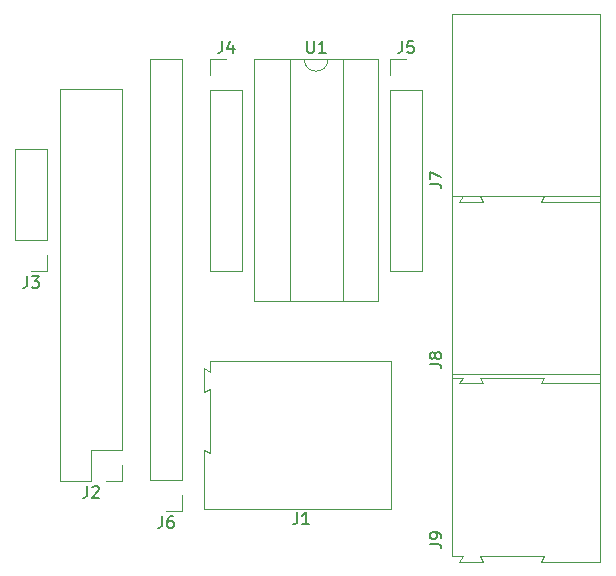
<source format=gbr>
%TF.GenerationSoftware,KiCad,Pcbnew,5.1.6*%
%TF.CreationDate,2020-06-10T16:54:39+07:00*%
%TF.ProjectId,pi_hat_driver_ULN2003,70695f68-6174-45f6-9472-697665725f55,rev?*%
%TF.SameCoordinates,Original*%
%TF.FileFunction,Legend,Top*%
%TF.FilePolarity,Positive*%
%FSLAX46Y46*%
G04 Gerber Fmt 4.6, Leading zero omitted, Abs format (unit mm)*
G04 Created by KiCad (PCBNEW 5.1.6) date 2020-06-10 16:54:39*
%MOMM*%
%LPD*%
G01*
G04 APERTURE LIST*
%ADD10C,0.120000*%
%ADD11C,0.150000*%
G04 APERTURE END LIST*
D10*
%TO.C,J1*%
X54640000Y-58370000D02*
X54640000Y-45770000D01*
X54640000Y-45770000D02*
X39240000Y-45770000D01*
X39240000Y-45770000D02*
X39240000Y-46720000D01*
X39240000Y-46720000D02*
X38740000Y-46420000D01*
X38740000Y-46420000D02*
X38740000Y-48420000D01*
X38740000Y-48420000D02*
X39240000Y-48170000D01*
X39240000Y-48170000D02*
X39240000Y-53570000D01*
X39240000Y-53570000D02*
X38740000Y-53320000D01*
X38740000Y-53320000D02*
X38740000Y-58370000D01*
X38740000Y-58370000D02*
X54640000Y-58370000D01*
%TO.C,J2*%
X31810000Y-22800000D02*
X26610000Y-22800000D01*
X31810000Y-53340000D02*
X31810000Y-22800000D01*
X26610000Y-55940000D02*
X26610000Y-22800000D01*
X31810000Y-53340000D02*
X29210000Y-53340000D01*
X29210000Y-53340000D02*
X29210000Y-55940000D01*
X29210000Y-55940000D02*
X26610000Y-55940000D01*
X31810000Y-54610000D02*
X31810000Y-55940000D01*
X31810000Y-55940000D02*
X30480000Y-55940000D01*
%TO.C,J3*%
X25460000Y-27880000D02*
X22800000Y-27880000D01*
X25460000Y-35560000D02*
X25460000Y-27880000D01*
X22800000Y-35560000D02*
X22800000Y-27880000D01*
X25460000Y-35560000D02*
X22800000Y-35560000D01*
X25460000Y-36830000D02*
X25460000Y-38160000D01*
X25460000Y-38160000D02*
X24130000Y-38160000D01*
%TO.C,J4*%
X39310000Y-38160000D02*
X41970000Y-38160000D01*
X39310000Y-22860000D02*
X39310000Y-38160000D01*
X41970000Y-22860000D02*
X41970000Y-38160000D01*
X39310000Y-22860000D02*
X41970000Y-22860000D01*
X39310000Y-21590000D02*
X39310000Y-20260000D01*
X39310000Y-20260000D02*
X40640000Y-20260000D01*
%TO.C,J5*%
X54550000Y-20260000D02*
X55880000Y-20260000D01*
X54550000Y-21590000D02*
X54550000Y-20260000D01*
X54550000Y-22860000D02*
X57210000Y-22860000D01*
X57210000Y-22860000D02*
X57210000Y-38160000D01*
X54550000Y-22860000D02*
X54550000Y-38160000D01*
X54550000Y-38160000D02*
X57210000Y-38160000D01*
%TO.C,U1*%
X47260000Y-20260000D02*
X46010000Y-20260000D01*
X46010000Y-20260000D02*
X46010000Y-40700000D01*
X46010000Y-40700000D02*
X50510000Y-40700000D01*
X50510000Y-40700000D02*
X50510000Y-20260000D01*
X50510000Y-20260000D02*
X49260000Y-20260000D01*
X43010000Y-20200000D02*
X43010000Y-40760000D01*
X43010000Y-40760000D02*
X53510000Y-40760000D01*
X53510000Y-40760000D02*
X53510000Y-20200000D01*
X53510000Y-20200000D02*
X43010000Y-20200000D01*
X49260000Y-20260000D02*
G75*
G02*
X47260000Y-20260000I-1000000J0D01*
G01*
%TO.C,J6*%
X36890000Y-20260000D02*
X34230000Y-20260000D01*
X36890000Y-55880000D02*
X36890000Y-20260000D01*
X34230000Y-55880000D02*
X34230000Y-20260000D01*
X36890000Y-55880000D02*
X34230000Y-55880000D01*
X36890000Y-57150000D02*
X36890000Y-58480000D01*
X36890000Y-58480000D02*
X35560000Y-58480000D01*
%TO.C,J7*%
X72340000Y-32300000D02*
X72340000Y-16400000D01*
X67290000Y-32300000D02*
X72340000Y-32300000D01*
X67540000Y-31800000D02*
X67290000Y-32300000D01*
X62140000Y-31800000D02*
X67540000Y-31800000D01*
X62390000Y-32300000D02*
X62140000Y-31800000D01*
X60390000Y-32300000D02*
X62390000Y-32300000D01*
X60690000Y-31800000D02*
X60390000Y-32300000D01*
X59740000Y-31800000D02*
X60690000Y-31800000D01*
X59740000Y-16400000D02*
X59740000Y-31800000D01*
X72340000Y-16400000D02*
X59740000Y-16400000D01*
%TO.C,J8*%
X72340000Y-31800000D02*
X59740000Y-31800000D01*
X59740000Y-31800000D02*
X59740000Y-47200000D01*
X59740000Y-47200000D02*
X60690000Y-47200000D01*
X60690000Y-47200000D02*
X60390000Y-47700000D01*
X60390000Y-47700000D02*
X62390000Y-47700000D01*
X62390000Y-47700000D02*
X62140000Y-47200000D01*
X62140000Y-47200000D02*
X67540000Y-47200000D01*
X67540000Y-47200000D02*
X67290000Y-47700000D01*
X67290000Y-47700000D02*
X72340000Y-47700000D01*
X72340000Y-47700000D02*
X72340000Y-31800000D01*
%TO.C,J9*%
X72340000Y-62780000D02*
X72340000Y-46880000D01*
X67290000Y-62780000D02*
X72340000Y-62780000D01*
X67540000Y-62280000D02*
X67290000Y-62780000D01*
X62140000Y-62280000D02*
X67540000Y-62280000D01*
X62390000Y-62780000D02*
X62140000Y-62280000D01*
X60390000Y-62780000D02*
X62390000Y-62780000D01*
X60690000Y-62280000D02*
X60390000Y-62780000D01*
X59740000Y-62280000D02*
X60690000Y-62280000D01*
X59740000Y-46880000D02*
X59740000Y-62280000D01*
X72340000Y-46880000D02*
X59740000Y-46880000D01*
%TO.C,J1*%
D11*
X46656666Y-58622380D02*
X46656666Y-59336666D01*
X46609047Y-59479523D01*
X46513809Y-59574761D01*
X46370952Y-59622380D01*
X46275714Y-59622380D01*
X47656666Y-59622380D02*
X47085238Y-59622380D01*
X47370952Y-59622380D02*
X47370952Y-58622380D01*
X47275714Y-58765238D01*
X47180476Y-58860476D01*
X47085238Y-58908095D01*
%TO.C,J2*%
X28876666Y-56392380D02*
X28876666Y-57106666D01*
X28829047Y-57249523D01*
X28733809Y-57344761D01*
X28590952Y-57392380D01*
X28495714Y-57392380D01*
X29305238Y-56487619D02*
X29352857Y-56440000D01*
X29448095Y-56392380D01*
X29686190Y-56392380D01*
X29781428Y-56440000D01*
X29829047Y-56487619D01*
X29876666Y-56582857D01*
X29876666Y-56678095D01*
X29829047Y-56820952D01*
X29257619Y-57392380D01*
X29876666Y-57392380D01*
%TO.C,J3*%
X23796666Y-38612380D02*
X23796666Y-39326666D01*
X23749047Y-39469523D01*
X23653809Y-39564761D01*
X23510952Y-39612380D01*
X23415714Y-39612380D01*
X24177619Y-38612380D02*
X24796666Y-38612380D01*
X24463333Y-38993333D01*
X24606190Y-38993333D01*
X24701428Y-39040952D01*
X24749047Y-39088571D01*
X24796666Y-39183809D01*
X24796666Y-39421904D01*
X24749047Y-39517142D01*
X24701428Y-39564761D01*
X24606190Y-39612380D01*
X24320476Y-39612380D01*
X24225238Y-39564761D01*
X24177619Y-39517142D01*
%TO.C,J4*%
X40306666Y-18712380D02*
X40306666Y-19426666D01*
X40259047Y-19569523D01*
X40163809Y-19664761D01*
X40020952Y-19712380D01*
X39925714Y-19712380D01*
X41211428Y-19045714D02*
X41211428Y-19712380D01*
X40973333Y-18664761D02*
X40735238Y-19379047D01*
X41354285Y-19379047D01*
%TO.C,J5*%
X55546666Y-18712380D02*
X55546666Y-19426666D01*
X55499047Y-19569523D01*
X55403809Y-19664761D01*
X55260952Y-19712380D01*
X55165714Y-19712380D01*
X56499047Y-18712380D02*
X56022857Y-18712380D01*
X55975238Y-19188571D01*
X56022857Y-19140952D01*
X56118095Y-19093333D01*
X56356190Y-19093333D01*
X56451428Y-19140952D01*
X56499047Y-19188571D01*
X56546666Y-19283809D01*
X56546666Y-19521904D01*
X56499047Y-19617142D01*
X56451428Y-19664761D01*
X56356190Y-19712380D01*
X56118095Y-19712380D01*
X56022857Y-19664761D01*
X55975238Y-19617142D01*
%TO.C,U1*%
X47498095Y-18712380D02*
X47498095Y-19521904D01*
X47545714Y-19617142D01*
X47593333Y-19664761D01*
X47688571Y-19712380D01*
X47879047Y-19712380D01*
X47974285Y-19664761D01*
X48021904Y-19617142D01*
X48069523Y-19521904D01*
X48069523Y-18712380D01*
X49069523Y-19712380D02*
X48498095Y-19712380D01*
X48783809Y-19712380D02*
X48783809Y-18712380D01*
X48688571Y-18855238D01*
X48593333Y-18950476D01*
X48498095Y-18998095D01*
%TO.C,J6*%
X35226666Y-58932380D02*
X35226666Y-59646666D01*
X35179047Y-59789523D01*
X35083809Y-59884761D01*
X34940952Y-59932380D01*
X34845714Y-59932380D01*
X36131428Y-58932380D02*
X35940952Y-58932380D01*
X35845714Y-58980000D01*
X35798095Y-59027619D01*
X35702857Y-59170476D01*
X35655238Y-59360952D01*
X35655238Y-59741904D01*
X35702857Y-59837142D01*
X35750476Y-59884761D01*
X35845714Y-59932380D01*
X36036190Y-59932380D01*
X36131428Y-59884761D01*
X36179047Y-59837142D01*
X36226666Y-59741904D01*
X36226666Y-59503809D01*
X36179047Y-59408571D01*
X36131428Y-59360952D01*
X36036190Y-59313333D01*
X35845714Y-59313333D01*
X35750476Y-59360952D01*
X35702857Y-59408571D01*
X35655238Y-59503809D01*
%TO.C,J7*%
X57872380Y-30813333D02*
X58586666Y-30813333D01*
X58729523Y-30860952D01*
X58824761Y-30956190D01*
X58872380Y-31099047D01*
X58872380Y-31194285D01*
X57872380Y-30432380D02*
X57872380Y-29765714D01*
X58872380Y-30194285D01*
%TO.C,J8*%
X57872380Y-46053333D02*
X58586666Y-46053333D01*
X58729523Y-46100952D01*
X58824761Y-46196190D01*
X58872380Y-46339047D01*
X58872380Y-46434285D01*
X58300952Y-45434285D02*
X58253333Y-45529523D01*
X58205714Y-45577142D01*
X58110476Y-45624761D01*
X58062857Y-45624761D01*
X57967619Y-45577142D01*
X57920000Y-45529523D01*
X57872380Y-45434285D01*
X57872380Y-45243809D01*
X57920000Y-45148571D01*
X57967619Y-45100952D01*
X58062857Y-45053333D01*
X58110476Y-45053333D01*
X58205714Y-45100952D01*
X58253333Y-45148571D01*
X58300952Y-45243809D01*
X58300952Y-45434285D01*
X58348571Y-45529523D01*
X58396190Y-45577142D01*
X58491428Y-45624761D01*
X58681904Y-45624761D01*
X58777142Y-45577142D01*
X58824761Y-45529523D01*
X58872380Y-45434285D01*
X58872380Y-45243809D01*
X58824761Y-45148571D01*
X58777142Y-45100952D01*
X58681904Y-45053333D01*
X58491428Y-45053333D01*
X58396190Y-45100952D01*
X58348571Y-45148571D01*
X58300952Y-45243809D01*
%TO.C,J9*%
X57872380Y-61293333D02*
X58586666Y-61293333D01*
X58729523Y-61340952D01*
X58824761Y-61436190D01*
X58872380Y-61579047D01*
X58872380Y-61674285D01*
X58872380Y-60769523D02*
X58872380Y-60579047D01*
X58824761Y-60483809D01*
X58777142Y-60436190D01*
X58634285Y-60340952D01*
X58443809Y-60293333D01*
X58062857Y-60293333D01*
X57967619Y-60340952D01*
X57920000Y-60388571D01*
X57872380Y-60483809D01*
X57872380Y-60674285D01*
X57920000Y-60769523D01*
X57967619Y-60817142D01*
X58062857Y-60864761D01*
X58300952Y-60864761D01*
X58396190Y-60817142D01*
X58443809Y-60769523D01*
X58491428Y-60674285D01*
X58491428Y-60483809D01*
X58443809Y-60388571D01*
X58396190Y-60340952D01*
X58300952Y-60293333D01*
%TD*%
M02*

</source>
